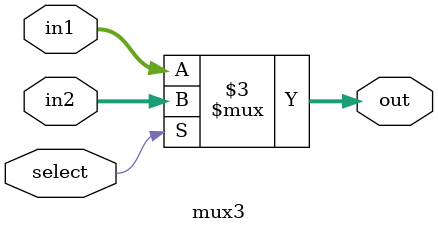
<source format=v>
module mux3(in1, in2, select, out);
	input[15:0] in1, in2;
	input select;
	output reg [15:0] out;
	
	always@(*)
	begin
		if(select)
		begin
			out = in2;
		end
		else
		begin
			out = in1;
		end
	end
endmodule

</source>
